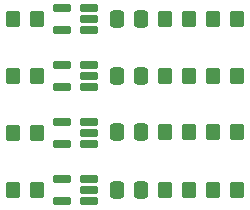
<source format=gbr>
%TF.GenerationSoftware,KiCad,Pcbnew,9.0.6-9.0.6~ubuntu24.04.1*%
%TF.CreationDate,2026-01-17T19:09:57-03:00*%
%TF.ProjectId,cotti_buttons,636f7474-695f-4627-9574-746f6e732e6b,0.0*%
%TF.SameCoordinates,Original*%
%TF.FileFunction,Paste,Top*%
%TF.FilePolarity,Positive*%
%FSLAX46Y46*%
G04 Gerber Fmt 4.6, Leading zero omitted, Abs format (unit mm)*
G04 Created by KiCad (PCBNEW 9.0.6-9.0.6~ubuntu24.04.1) date 2026-01-17 19:09:57*
%MOMM*%
%LPD*%
G01*
G04 APERTURE LIST*
G04 Aperture macros list*
%AMRoundRect*
0 Rectangle with rounded corners*
0 $1 Rounding radius*
0 $2 $3 $4 $5 $6 $7 $8 $9 X,Y pos of 4 corners*
0 Add a 4 corners polygon primitive as box body*
4,1,4,$2,$3,$4,$5,$6,$7,$8,$9,$2,$3,0*
0 Add four circle primitives for the rounded corners*
1,1,$1+$1,$2,$3*
1,1,$1+$1,$4,$5*
1,1,$1+$1,$6,$7*
1,1,$1+$1,$8,$9*
0 Add four rect primitives between the rounded corners*
20,1,$1+$1,$2,$3,$4,$5,0*
20,1,$1+$1,$4,$5,$6,$7,0*
20,1,$1+$1,$6,$7,$8,$9,0*
20,1,$1+$1,$8,$9,$2,$3,0*%
G04 Aperture macros list end*
%ADD10RoundRect,0.250000X-0.350000X-0.450000X0.350000X-0.450000X0.350000X0.450000X-0.350000X0.450000X0*%
%ADD11RoundRect,0.150000X0.650000X0.150000X-0.650000X0.150000X-0.650000X-0.150000X0.650000X-0.150000X0*%
%ADD12RoundRect,0.250000X0.350000X0.450000X-0.350000X0.450000X-0.350000X-0.450000X0.350000X-0.450000X0*%
%ADD13RoundRect,0.250000X0.337500X0.475000X-0.337500X0.475000X-0.337500X-0.475000X0.337500X-0.475000X0*%
G04 APERTURE END LIST*
D10*
%TO.C,R1*%
X137176000Y-104902000D03*
X139176000Y-104902000D03*
%TD*%
%TO.C,R2*%
X137176000Y-109728000D03*
X139176000Y-109728000D03*
%TD*%
D11*
%TO.C,U3*%
X143644000Y-115504000D03*
X143644000Y-114554000D03*
X143644000Y-113604000D03*
X141344000Y-113604000D03*
X141344000Y-115504000D03*
%TD*%
%TO.C,U1*%
X143644000Y-105852000D03*
X143644000Y-104902000D03*
X143644000Y-103952000D03*
X141344000Y-103952000D03*
X141344000Y-105852000D03*
%TD*%
D12*
%TO.C,R12*%
X152078000Y-119380000D03*
X150078000Y-119380000D03*
%TD*%
D10*
%TO.C,R3*%
X137176000Y-114554000D03*
X139176000Y-114554000D03*
%TD*%
D12*
%TO.C,R5*%
X156142000Y-104902000D03*
X154142000Y-104902000D03*
%TD*%
%TO.C,R6*%
X152078000Y-104902000D03*
X150078000Y-104902000D03*
%TD*%
D10*
%TO.C,R4*%
X137176000Y-119380000D03*
X139176000Y-119380000D03*
%TD*%
D13*
%TO.C,C4*%
X148051500Y-119380000D03*
X145976500Y-119380000D03*
%TD*%
D12*
%TO.C,R8*%
X152078000Y-109728000D03*
X150078000Y-109728000D03*
%TD*%
D13*
%TO.C,C1*%
X148051500Y-104902000D03*
X145976500Y-104902000D03*
%TD*%
%TO.C,C3*%
X148051500Y-114488000D03*
X145976500Y-114488000D03*
%TD*%
D12*
%TO.C,R11*%
X156142000Y-119380000D03*
X154142000Y-119380000D03*
%TD*%
D11*
%TO.C,U2*%
X143644000Y-110678000D03*
X143644000Y-109728000D03*
X143644000Y-108778000D03*
X141344000Y-108778000D03*
X141344000Y-110678000D03*
%TD*%
%TO.C,U4*%
X143644000Y-120330000D03*
X143644000Y-119380000D03*
X143644000Y-118430000D03*
X141344000Y-118430000D03*
X141344000Y-120330000D03*
%TD*%
D12*
%TO.C,R7*%
X156142000Y-109728000D03*
X154142000Y-109728000D03*
%TD*%
%TO.C,R9*%
X156142000Y-114488000D03*
X154142000Y-114488000D03*
%TD*%
%TO.C,R10*%
X152078000Y-114488000D03*
X150078000Y-114488000D03*
%TD*%
D13*
%TO.C,C2*%
X148051500Y-109728000D03*
X145976500Y-109728000D03*
%TD*%
M02*

</source>
